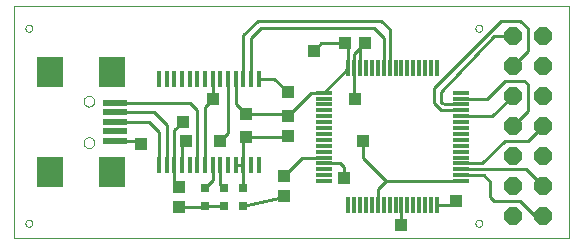
<source format=gtl>
G75*
G70*
%OFA0B0*%
%FSLAX24Y24*%
%IPPOS*%
%LPD*%
%AMOC8*
5,1,8,0,0,1.08239X$1,22.5*
%
%ADD10C,0.0000*%
%ADD11R,0.0433X0.0394*%
%ADD12R,0.0315X0.0315*%
%ADD13R,0.0137X0.0550*%
%ADD14R,0.0394X0.0433*%
%ADD15OC8,0.0600*%
%ADD16R,0.0118X0.0551*%
%ADD17R,0.0551X0.0118*%
%ADD18R,0.0866X0.0984*%
%ADD19R,0.0787X0.0197*%
%ADD20C,0.0100*%
%ADD21R,0.0396X0.0396*%
D10*
X000131Y000181D02*
X000131Y007927D01*
X018626Y007927D01*
X018626Y000181D01*
X000131Y000181D01*
X000513Y000681D02*
X000515Y000702D01*
X000521Y000722D01*
X000530Y000742D01*
X000542Y000759D01*
X000557Y000773D01*
X000575Y000785D01*
X000595Y000793D01*
X000615Y000798D01*
X000636Y000799D01*
X000657Y000796D01*
X000677Y000790D01*
X000696Y000779D01*
X000713Y000766D01*
X000726Y000750D01*
X000737Y000732D01*
X000745Y000712D01*
X000749Y000692D01*
X000749Y000670D01*
X000745Y000650D01*
X000737Y000630D01*
X000726Y000612D01*
X000713Y000596D01*
X000696Y000583D01*
X000677Y000572D01*
X000657Y000566D01*
X000636Y000563D01*
X000615Y000564D01*
X000595Y000569D01*
X000575Y000577D01*
X000557Y000589D01*
X000542Y000603D01*
X000530Y000620D01*
X000521Y000640D01*
X000515Y000660D01*
X000513Y000681D01*
X002454Y003367D02*
X002456Y003393D01*
X002462Y003419D01*
X002472Y003444D01*
X002485Y003467D01*
X002501Y003487D01*
X002521Y003505D01*
X002543Y003520D01*
X002566Y003532D01*
X002592Y003540D01*
X002618Y003544D01*
X002644Y003544D01*
X002670Y003540D01*
X002696Y003532D01*
X002720Y003520D01*
X002741Y003505D01*
X002761Y003487D01*
X002777Y003467D01*
X002790Y003444D01*
X002800Y003419D01*
X002806Y003393D01*
X002808Y003367D01*
X002806Y003341D01*
X002800Y003315D01*
X002790Y003290D01*
X002777Y003267D01*
X002761Y003247D01*
X002741Y003229D01*
X002719Y003214D01*
X002696Y003202D01*
X002670Y003194D01*
X002644Y003190D01*
X002618Y003190D01*
X002592Y003194D01*
X002566Y003202D01*
X002542Y003214D01*
X002521Y003229D01*
X002501Y003247D01*
X002485Y003267D01*
X002472Y003290D01*
X002462Y003315D01*
X002456Y003341D01*
X002454Y003367D01*
X002454Y004745D02*
X002456Y004771D01*
X002462Y004797D01*
X002472Y004822D01*
X002485Y004845D01*
X002501Y004865D01*
X002521Y004883D01*
X002543Y004898D01*
X002566Y004910D01*
X002592Y004918D01*
X002618Y004922D01*
X002644Y004922D01*
X002670Y004918D01*
X002696Y004910D01*
X002720Y004898D01*
X002741Y004883D01*
X002761Y004865D01*
X002777Y004845D01*
X002790Y004822D01*
X002800Y004797D01*
X002806Y004771D01*
X002808Y004745D01*
X002806Y004719D01*
X002800Y004693D01*
X002790Y004668D01*
X002777Y004645D01*
X002761Y004625D01*
X002741Y004607D01*
X002719Y004592D01*
X002696Y004580D01*
X002670Y004572D01*
X002644Y004568D01*
X002618Y004568D01*
X002592Y004572D01*
X002566Y004580D01*
X002542Y004592D01*
X002521Y004607D01*
X002501Y004625D01*
X002485Y004645D01*
X002472Y004668D01*
X002462Y004693D01*
X002456Y004719D01*
X002454Y004745D01*
X000513Y007181D02*
X000515Y007202D01*
X000521Y007222D01*
X000530Y007242D01*
X000542Y007259D01*
X000557Y007273D01*
X000575Y007285D01*
X000595Y007293D01*
X000615Y007298D01*
X000636Y007299D01*
X000657Y007296D01*
X000677Y007290D01*
X000696Y007279D01*
X000713Y007266D01*
X000726Y007250D01*
X000737Y007232D01*
X000745Y007212D01*
X000749Y007192D01*
X000749Y007170D01*
X000745Y007150D01*
X000737Y007130D01*
X000726Y007112D01*
X000713Y007096D01*
X000696Y007083D01*
X000677Y007072D01*
X000657Y007066D01*
X000636Y007063D01*
X000615Y007064D01*
X000595Y007069D01*
X000575Y007077D01*
X000557Y007089D01*
X000542Y007103D01*
X000530Y007120D01*
X000521Y007140D01*
X000515Y007160D01*
X000513Y007181D01*
X015513Y007181D02*
X015515Y007202D01*
X015521Y007222D01*
X015530Y007242D01*
X015542Y007259D01*
X015557Y007273D01*
X015575Y007285D01*
X015595Y007293D01*
X015615Y007298D01*
X015636Y007299D01*
X015657Y007296D01*
X015677Y007290D01*
X015696Y007279D01*
X015713Y007266D01*
X015726Y007250D01*
X015737Y007232D01*
X015745Y007212D01*
X015749Y007192D01*
X015749Y007170D01*
X015745Y007150D01*
X015737Y007130D01*
X015726Y007112D01*
X015713Y007096D01*
X015696Y007083D01*
X015677Y007072D01*
X015657Y007066D01*
X015636Y007063D01*
X015615Y007064D01*
X015595Y007069D01*
X015575Y007077D01*
X015557Y007089D01*
X015542Y007103D01*
X015530Y007120D01*
X015521Y007140D01*
X015515Y007160D01*
X015513Y007181D01*
X015513Y000681D02*
X015515Y000702D01*
X015521Y000722D01*
X015530Y000742D01*
X015542Y000759D01*
X015557Y000773D01*
X015575Y000785D01*
X015595Y000793D01*
X015615Y000798D01*
X015636Y000799D01*
X015657Y000796D01*
X015677Y000790D01*
X015696Y000779D01*
X015713Y000766D01*
X015726Y000750D01*
X015737Y000732D01*
X015745Y000712D01*
X015749Y000692D01*
X015749Y000670D01*
X015745Y000650D01*
X015737Y000630D01*
X015726Y000612D01*
X015713Y000596D01*
X015696Y000583D01*
X015677Y000572D01*
X015657Y000566D01*
X015636Y000563D01*
X015615Y000564D01*
X015595Y000569D01*
X015575Y000577D01*
X015557Y000589D01*
X015542Y000603D01*
X015530Y000620D01*
X015521Y000640D01*
X015515Y000660D01*
X015513Y000681D01*
D11*
X009131Y001597D03*
X009131Y002266D03*
X005631Y001891D03*
X005631Y001222D03*
X011171Y006681D03*
X011841Y006681D03*
D12*
X007756Y001852D03*
X007131Y001852D03*
X006506Y001852D03*
X006506Y001261D03*
X007131Y001261D03*
X007756Y001261D03*
D13*
X007783Y002617D03*
X008039Y002617D03*
X008294Y002617D03*
X007527Y002617D03*
X007271Y002617D03*
X007015Y002617D03*
X006759Y002617D03*
X006503Y002617D03*
X006247Y002617D03*
X005991Y002617D03*
X005735Y002617D03*
X005479Y002617D03*
X005224Y002617D03*
X004968Y002617D03*
X004968Y005496D03*
X005224Y005496D03*
X005479Y005496D03*
X005735Y005496D03*
X005991Y005496D03*
X006247Y005496D03*
X006503Y005496D03*
X006759Y005496D03*
X007015Y005496D03*
X007271Y005496D03*
X007527Y005496D03*
X007783Y005496D03*
X008039Y005496D03*
X008294Y005496D03*
D14*
X009256Y004266D03*
X009256Y003597D03*
D15*
X016756Y003931D03*
X017756Y003931D03*
X017756Y002931D03*
X016756Y002931D03*
X016756Y001931D03*
X017756Y001931D03*
X017756Y000931D03*
X016756Y000931D03*
X016756Y004931D03*
X017756Y004931D03*
X017756Y005931D03*
X016756Y005931D03*
X016756Y006931D03*
X017756Y006931D03*
D16*
X014232Y005840D03*
X014036Y005840D03*
X013839Y005840D03*
X013642Y005840D03*
X013445Y005840D03*
X013248Y005840D03*
X013051Y005840D03*
X012854Y005840D03*
X012658Y005840D03*
X012461Y005840D03*
X012264Y005840D03*
X012067Y005840D03*
X011870Y005840D03*
X011673Y005840D03*
X011476Y005840D03*
X011280Y005840D03*
X011280Y001273D03*
X011476Y001273D03*
X011673Y001273D03*
X011870Y001273D03*
X012067Y001273D03*
X012264Y001273D03*
X012461Y001273D03*
X012658Y001273D03*
X012854Y001273D03*
X013051Y001273D03*
X013248Y001273D03*
X013445Y001273D03*
X013642Y001273D03*
X013839Y001273D03*
X014036Y001273D03*
X014232Y001273D03*
D17*
X015039Y002080D03*
X015039Y002277D03*
X015039Y002474D03*
X015039Y002671D03*
X015039Y002867D03*
X015039Y003064D03*
X015039Y003261D03*
X015039Y003458D03*
X015039Y003655D03*
X015039Y003852D03*
X015039Y004049D03*
X015039Y004245D03*
X015039Y004442D03*
X015039Y004639D03*
X015039Y004836D03*
X015039Y005033D03*
X010473Y005033D03*
X010473Y004836D03*
X010473Y004639D03*
X010473Y004442D03*
X010473Y004245D03*
X010473Y004049D03*
X010473Y003852D03*
X010473Y003655D03*
X010473Y003458D03*
X010473Y003261D03*
X010473Y003064D03*
X010473Y002867D03*
X010473Y002671D03*
X010473Y002474D03*
X010473Y002277D03*
X010473Y002080D03*
D18*
X003418Y002403D03*
X001332Y002403D03*
X001332Y005710D03*
X003418Y005710D03*
D19*
X003517Y004686D03*
X003517Y004371D03*
X003517Y004056D03*
X003517Y003741D03*
X003517Y003426D03*
D20*
X004261Y003426D01*
X004381Y003306D01*
X004968Y003720D02*
X004631Y004056D01*
X003517Y004056D01*
X003517Y004371D02*
X004816Y004371D01*
X005224Y003964D01*
X005224Y002617D01*
X005479Y002617D02*
X005479Y002043D01*
X005631Y001891D01*
X006506Y001852D02*
X006759Y002105D01*
X006759Y002617D01*
X007015Y002617D02*
X007015Y001968D01*
X007131Y001852D01*
X007756Y001852D02*
X007783Y002003D01*
X007783Y002617D01*
X007783Y003458D01*
X007881Y003556D01*
X009296Y003556D01*
X009256Y003597D01*
X009256Y004266D02*
X010023Y005033D01*
X010473Y005033D01*
X011280Y005840D01*
X011280Y006573D01*
X011171Y006681D01*
X010381Y006681D01*
X010131Y006431D01*
X011476Y006317D02*
X011841Y006681D01*
X011673Y006514D01*
X011673Y005840D01*
X011476Y005840D02*
X011476Y006317D01*
X011476Y005840D02*
X011476Y004836D01*
X011506Y004806D01*
X009256Y005056D02*
X008817Y005496D01*
X008294Y005496D01*
X008039Y005496D02*
X008039Y006839D01*
X008381Y007181D01*
X012131Y007181D01*
X012461Y006852D01*
X012461Y005840D01*
X012658Y005840D02*
X012658Y007155D01*
X012381Y007431D01*
X008256Y007431D01*
X007783Y006958D01*
X007783Y005496D01*
X007527Y005496D02*
X007527Y004661D01*
X007881Y004306D01*
X009216Y004306D01*
X009256Y004266D01*
X007271Y003696D02*
X007006Y003431D01*
X007271Y003696D02*
X007271Y005496D01*
X006759Y005496D02*
X006759Y005434D01*
X006756Y005431D01*
X006756Y004806D01*
X006503Y004553D01*
X006503Y002617D01*
X006247Y002617D02*
X006247Y004440D01*
X006001Y004686D01*
X003517Y004686D01*
X005479Y003780D02*
X005756Y004056D01*
X005479Y003780D02*
X005479Y002617D01*
X005735Y002617D02*
X005735Y003411D01*
X005881Y003431D01*
X004968Y003720D02*
X004968Y002617D01*
X007527Y002617D02*
X007783Y002617D01*
X009131Y002266D02*
X009732Y002867D01*
X010473Y002867D01*
X010473Y002671D02*
X010995Y002671D01*
X011006Y002681D01*
X011131Y002556D01*
X011131Y002181D01*
X012264Y001814D02*
X012530Y002080D01*
X011756Y002854D01*
X011756Y003431D01*
X014131Y004681D02*
X014370Y004442D01*
X015039Y004442D01*
X015039Y004639D02*
X014548Y004639D01*
X014381Y004681D01*
X014381Y005056D01*
X016131Y006931D01*
X016756Y006931D01*
X017256Y007181D02*
X017256Y006431D01*
X016756Y005931D01*
X016506Y005431D02*
X017131Y005431D01*
X017256Y005306D01*
X017256Y004431D01*
X016756Y003931D01*
X016070Y004245D02*
X016756Y004931D01*
X016506Y005431D02*
X015911Y004836D01*
X015039Y004836D01*
X014131Y004681D02*
X014131Y005181D01*
X016381Y007431D01*
X017006Y007431D01*
X017256Y007181D01*
X016070Y004245D02*
X015039Y004245D01*
X016506Y003431D02*
X017256Y003431D01*
X017756Y003931D01*
X016506Y003431D02*
X015745Y002671D01*
X015039Y002671D01*
X015039Y002474D02*
X017214Y002474D01*
X017756Y001931D01*
X017006Y001431D02*
X016131Y001431D01*
X016006Y001556D01*
X016006Y002056D01*
X015786Y002277D01*
X015039Y002277D01*
X015039Y002080D02*
X012530Y002080D01*
X012264Y001814D02*
X012264Y001273D01*
X013051Y001273D02*
X013051Y000636D01*
X014232Y001273D02*
X014723Y001273D01*
X014881Y001431D01*
X017006Y001431D02*
X017506Y000931D01*
X017756Y000931D01*
X009131Y001597D02*
X009091Y001556D01*
X007756Y001261D01*
X007131Y001261D02*
X006506Y001261D01*
X006467Y001222D01*
X005631Y001222D01*
D21*
X004381Y003306D03*
X005881Y003431D03*
X007006Y003431D03*
X007881Y003556D03*
X007881Y004306D03*
X006756Y004806D03*
X005756Y004056D03*
X009256Y005056D03*
X011506Y004806D03*
X011756Y003431D03*
X011131Y002181D03*
X014881Y001431D03*
X013051Y000636D03*
X010131Y006431D03*
M02*

</source>
